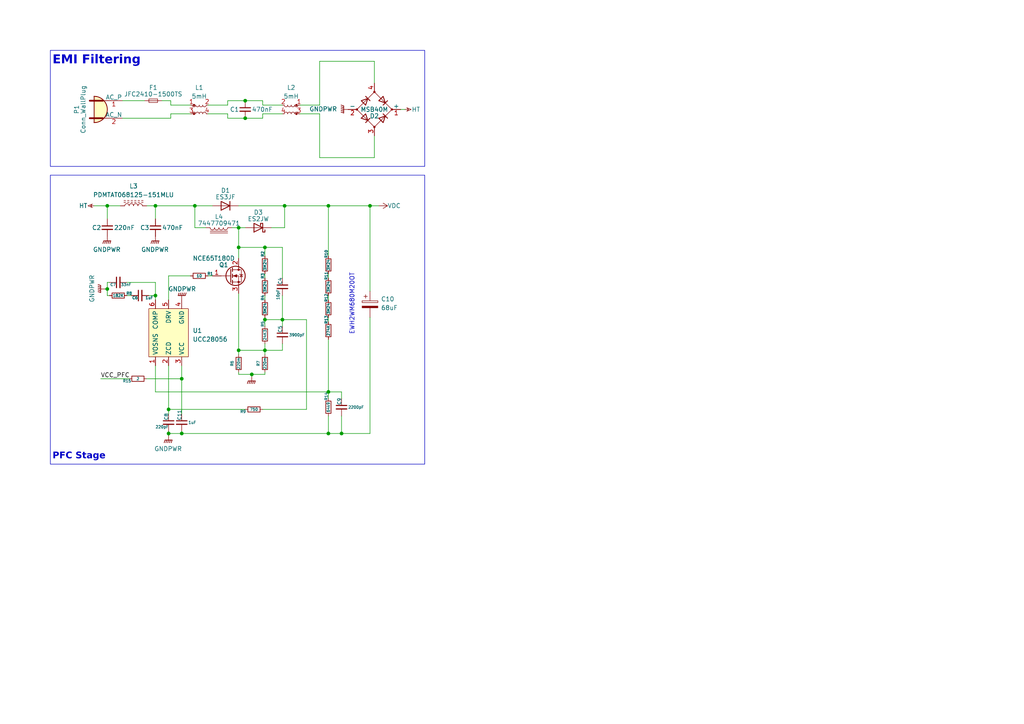
<source format=kicad_sch>
(kicad_sch (version 20230409) (generator eeschema)
  (paper "A4")
  (lib_symbols
    (symbol "Connector:Conn_WallPlug" (pin_names (offset 0))
      (property "Reference" "P" (at -1.27 4.445 0))
      (property "Value" "Conn_WallPlug" (at -5.715 0 90))
      (symbol "Conn_WallPlug_0_1"
        (arc (start -3.175 -3.81) (mid 0.6184 0) (end -3.175 3.81) (stroke (width 0.254)) (fill (type background)))
        (polyline (pts (xy -4.445 -2.54) (xy -0.635 -2.54)) (stroke (width 0.508)))
        (polyline (pts (xy -4.445 2.54) (xy -0.635 2.54)) (stroke (width 0.508)))
        (polyline (pts (xy -3.175 -3.81) (xy -3.175 3.81)) (stroke (width 0.254)))
        (polyline (pts (xy -0.635 -2.54) (xy 2.54 -2.54)))
        (polyline (pts (xy -0.635 2.54) (xy 2.54 2.54)))
      )
      (symbol "Conn_WallPlug_1_1"
        (pin power_out line (at 5.08 2.54 180) (length 5.08) (name "AC_P") (number "1"))
        (pin power_out line (at 5.08 -2.54 180) (length 5.08) (name "AC_N") (number "2"))
      )
    )
    (symbol "Device:C_Polarized" (pin_numbers hide) (pin_names (offset 0.254))
      (property "Reference" "C" (at 0.635 2.54 0))
      (property "Value" "C_Polarized" (at 0.635 -2.54 0))
      (symbol "C_Polarized_0_1"
        (rectangle (start -2.286 0.508) (end 2.286 1.016))
        (polyline (pts (xy -1.778 2.286) (xy -0.762 2.286)))
        (polyline (pts (xy -1.27 2.794) (xy -1.27 1.778)))
        (rectangle (start 2.286 -0.508) (end -2.286 -1.016) (fill (type outline)))
      )
      (symbol "C_Polarized_1_1"
        (pin passive line (at 0 3.81 270) (length 2.794) (name "~") (number "1"))
        (pin passive line (at 0 -3.81 90) (length 2.794) (name "~") (number "2"))
      )
    )
    (symbol "Device:C_Small" (pin_numbers hide) (pin_names (offset 0.254) hide)
      (property "Reference" "C" (at 0.254 1.778 0))
      (property "Value" "C_Small" (at 0.254 -2.032 0))
      (symbol "C_Small_0_1"
        (polyline (pts (xy -1.524 -0.508) (xy 1.524 -0.508)) (stroke (width 0.3302)))
        (polyline (pts (xy -1.524 0.508) (xy 1.524 0.508)) (stroke (width 0.3048)))
      )
      (symbol "C_Small_1_1"
        (pin passive line (at 0 2.54 270) (length 2.032) (name "~") (number "1"))
        (pin passive line (at 0 -2.54 90) (length 2.032) (name "~") (number "2"))
      )
    )
    (symbol "Device:D" (pin_numbers hide) (pin_names (offset 1.016) hide)
      (property "Reference" "D" (at 0 2.54 0))
      (property "Value" "D" (at 0 -2.54 0))
      (symbol "D_0_1"
        (polyline (pts (xy -1.27 1.27) (xy -1.27 -1.27)) (stroke (width 0.254)))
        (polyline (pts (xy 1.27 0) (xy -1.27 0)))
        (polyline (pts (xy 1.27 1.27) (xy 1.27 -1.27) (xy -1.27 0) (xy 1.27 1.27)) (stroke (width 0.254)))
      )
      (symbol "D_1_1"
        (pin passive line (at -3.81 0 0) (length 2.54) (name "K") (number "1"))
        (pin passive line (at 3.81 0 180) (length 2.54) (name "A") (number "2"))
      )
    )
    (symbol "Device:D_Bridge_+-AA" (pin_names (offset 0))
      (property "Reference" "D" (at 2.54 6.985 0))
      (property "Value" "D_Bridge_+-AA" (at 2.54 5.08 0))
      (symbol "D_Bridge_+-AA_0_1"
        (circle (center -5.08 0) (radius 0.254) (fill (type outline)))
        (circle (center 0 -5.08) (radius 0.254) (fill (type outline)))
        (polyline (pts (xy -2.54 3.81) (xy -1.27 2.54)) (stroke (width 0.254)))
        (polyline (pts (xy -1.27 -2.54) (xy -2.54 -3.81)) (stroke (width 0.254)))
        (polyline (pts (xy 2.54 -1.27) (xy 3.81 -2.54)) (stroke (width 0.254)))
        (polyline (pts (xy 2.54 1.27) (xy 3.81 2.54)) (stroke (width 0.254)))
        (polyline (pts (xy -3.81 2.54) (xy -2.54 1.27) (xy -1.905 3.175) (xy -3.81 2.54)) (stroke (width 0.254)))
        (polyline (pts (xy -2.54 -1.27) (xy -3.81 -2.54) (xy -1.905 -3.175) (xy -2.54 -1.27)) (stroke (width 0.254)))
        (polyline (pts (xy 1.27 2.54) (xy 2.54 3.81) (xy 3.175 1.905) (xy 1.27 2.54)) (stroke (width 0.254)))
        (polyline (pts (xy 3.175 -1.905) (xy 1.27 -2.54) (xy 2.54 -3.81) (xy 3.175 -1.905)) (stroke (width 0.254)))
        (polyline (pts (xy -5.08 0) (xy 0 -5.08) (xy 5.08 0) (xy 0 5.08) (xy -5.08 0)))
        (circle (center 0 5.08) (radius 0.254) (fill (type outline)))
        (circle (center 5.08 0) (radius 0.254) (fill (type outline)))
      )
      (symbol "D_Bridge_+-AA_1_1"
        (pin passive line (at 7.62 0 180) (length 2.54) (name "+") (number "1"))
        (pin passive line (at -7.62 0 0) (length 2.54) (name "-") (number "2"))
        (pin passive line (at 0 7.62 270) (length 2.54) (name "~") (number "3"))
        (pin passive line (at 0 -7.62 90) (length 2.54) (name "~") (number "4"))
      )
    )
    (symbol "Device:D_Schottky" (pin_numbers hide) (pin_names (offset 1.016) hide)
      (property "Reference" "D" (at 0 2.54 0))
      (property "Value" "D_Schottky" (at 0 -2.54 0))
      (symbol "D_Schottky_0_1"
        (polyline (pts (xy 1.27 0) (xy -1.27 0)))
        (polyline (pts (xy 1.27 1.27) (xy 1.27 -1.27) (xy -1.27 0) (xy 1.27 1.27)) (stroke (width 0.254)))
        (polyline (pts (xy -1.905 0.635) (xy -1.905 1.27) (xy -1.27 1.27) (xy -1.27 -1.27) (xy -0.635 -1.27) (xy -0.635 -0.635)) (stroke (width 0.254)))
      )
      (symbol "D_Schottky_1_1"
        (pin passive line (at -3.81 0 0) (length 2.54) (name "K") (number "1"))
        (pin passive line (at 3.81 0 180) (length 2.54) (name "A") (number "2"))
      )
    )
    (symbol "Device:Fuse_Small" (pin_numbers hide) (pin_names (offset 0.254) hide)
      (property "Reference" "F" (at 0 -1.524 0))
      (property "Value" "Fuse_Small" (at 0 1.524 0))
      (symbol "Fuse_Small_0_1"
        (rectangle (start -1.27 0.508) (end 1.27 -0.508))
        (polyline (pts (xy -1.27 0) (xy 1.27 0)))
      )
      (symbol "Fuse_Small_1_1"
        (pin passive line (at -2.54 0 0) (length 1.27) (name "~") (number "1"))
        (pin passive line (at 2.54 0 180) (length 1.27) (name "~") (number "2"))
      )
    )
    (symbol "Device:L_Coupled_Small" (pin_names (offset 0.254) hide)
      (property "Reference" "L" (at 0 3.175 0))
      (property "Value" "L_Coupled_Small" (at 0 -3.175 0))
      (symbol "L_Coupled_Small_0_1"
        (arc (start -2.032 1.27) (mid -1.524 0.7642) (end -1.016 1.27))
        (circle (center -1.524 -1.27) (radius 0.254) (fill (type outline)))
        (circle (center -1.524 1.27) (radius 0.254) (fill (type outline)))
        (arc (start -1.016 -1.27) (mid -1.524 -0.7642) (end -2.032 -1.27))
        (arc (start -1.016 1.27) (mid -0.508 0.7642) (end 0 1.27))
        (arc (start 0 -1.27) (mid -0.508 -0.7642) (end -1.016 -1.27))
        (arc (start 0 1.27) (mid 0.508 0.7642) (end 1.016 1.27))
        (arc (start 1.016 -1.27) (mid 0.508 -0.7642) (end 0 -1.27))
        (arc (start 1.016 1.27) (mid 1.524 0.7642) (end 2.032 1.27))
        (arc (start 2.032 -1.27) (mid 1.524 -0.7642) (end 1.016 -1.27))
      )
      (symbol "L_Coupled_Small_1_1"
        (pin passive line (at -2.54 1.27 0) (length 0.508) (name "1") (number "1"))
        (pin passive line (at 2.54 1.27 180) (length 0.508) (name "2") (number "2"))
        (pin passive line (at -2.54 -1.27 0) (length 0.508) (name "3") (number "3"))
        (pin passive line (at 2.54 -1.27 180) (length 0.508) (name "4") (number "4"))
      )
    )
    (symbol "Device:L_Ferrite" (pin_numbers hide) (pin_names (offset 1.016) hide)
      (property "Reference" "L" (at -1.27 0 90))
      (property "Value" "L_Ferrite" (at 2.794 0 90))
      (symbol "L_Ferrite_0_1"
        (arc (start 0 -2.54) (mid 0.6323 -1.905) (end 0 -1.27))
        (arc (start 0 -1.27) (mid 0.6323 -0.635) (end 0 0))
        (polyline (pts (xy 1.016 -2.794) (xy 1.016 -2.286)))
        (polyline (pts (xy 1.016 -1.778) (xy 1.016 -1.27)))
        (polyline (pts (xy 1.016 -0.762) (xy 1.016 -0.254)))
        (polyline (pts (xy 1.016 0.254) (xy 1.016 0.762)))
        (polyline (pts (xy 1.016 1.27) (xy 1.016 1.778)))
        (polyline (pts (xy 1.016 2.286) (xy 1.016 2.794)))
        (polyline (pts (xy 1.524 -2.286) (xy 1.524 -2.794)))
        (polyline (pts (xy 1.524 -1.27) (xy 1.524 -1.778)))
        (polyline (pts (xy 1.524 -0.254) (xy 1.524 -0.762)))
        (polyline (pts (xy 1.524 0.762) (xy 1.524 0.254)))
        (polyline (pts (xy 1.524 1.778) (xy 1.524 1.27)))
        (polyline (pts (xy 1.524 2.794) (xy 1.524 2.286)))
        (arc (start 0 0) (mid 0.6323 0.635) (end 0 1.27))
        (arc (start 0 1.27) (mid 0.6323 1.905) (end 0 2.54))
      )
      (symbol "L_Ferrite_1_1"
        (pin passive line (at 0 3.81 270) (length 1.27) (name "1") (number "1"))
        (pin passive line (at 0 -3.81 90) (length 1.27) (name "2") (number "2"))
      )
    )
    (symbol "Device:L_Iron" (pin_numbers hide) (pin_names (offset 1.016) hide)
      (property "Reference" "L" (at -1.27 0 90))
      (property "Value" "L_Iron" (at 2.794 0 90))
      (symbol "L_Iron_0_1"
        (arc (start 0 -2.54) (mid 0.6323 -1.905) (end 0 -1.27))
        (arc (start 0 -1.27) (mid 0.6323 -0.635) (end 0 0))
        (polyline (pts (xy 1.016 2.54) (xy 1.016 -2.54)))
        (polyline (pts (xy 1.524 -2.54) (xy 1.524 2.54)))
        (arc (start 0 0) (mid 0.6323 0.635) (end 0 1.27))
        (arc (start 0 1.27) (mid 0.6323 1.905) (end 0 2.54))
      )
      (symbol "L_Iron_1_1"
        (pin passive line (at 0 3.81 270) (length 1.27) (name "1") (number "1"))
        (pin passive line (at 0 -3.81 90) (length 1.27) (name "2") (number "2"))
      )
    )
    (symbol "Device:Q_NMOS_GDS" (pin_names (offset 0) hide)
      (property "Reference" "Q" (at 5.08 1.27 0))
      (property "Value" "Q_NMOS_GDS" (at 5.08 -1.27 0))
      (symbol "Q_NMOS_GDS_0_1"
        (polyline (pts (xy 0.254 0) (xy -2.54 0)))
        (polyline (pts (xy 0.254 1.905) (xy 0.254 -1.905)) (stroke (width 0.254)))
        (polyline (pts (xy 0.762 -1.27) (xy 0.762 -2.286)) (stroke (width 0.254)))
        (polyline (pts (xy 0.762 0.508) (xy 0.762 -0.508)) (stroke (width 0.254)))
        (polyline (pts (xy 0.762 2.286) (xy 0.762 1.27)) (stroke (width 0.254)))
        (polyline (pts (xy 2.54 2.54) (xy 2.54 1.778)))
        (polyline (pts (xy 2.54 -2.54) (xy 2.54 0) (xy 0.762 0)))
        (polyline (pts (xy 0.762 -1.778) (xy 3.302 -1.778) (xy 3.302 1.778) (xy 0.762 1.778)))
        (polyline (pts (xy 1.016 0) (xy 2.032 0.381) (xy 2.032 -0.381) (xy 1.016 0)) (fill (type outline)))
        (polyline (pts (xy 2.794 0.508) (xy 2.921 0.381) (xy 3.683 0.381) (xy 3.81 0.254)))
        (polyline (pts (xy 3.302 0.381) (xy 2.921 -0.254) (xy 3.683 -0.254) (xy 3.302 0.381)))
        (circle (center 1.651 0) (radius 2.794) (stroke (width 0.254)))
        (circle (center 2.54 -1.778) (radius 0.254) (fill (type outline)))
        (circle (center 2.54 1.778) (radius 0.254) (fill (type outline)))
      )
      (symbol "Q_NMOS_GDS_1_1"
        (pin input line (at -5.08 0 0) (length 2.54) (name "G") (number "1"))
        (pin passive line (at 2.54 5.08 270) (length 2.54) (name "D") (number "2"))
        (pin passive line (at 2.54 -5.08 90) (length 2.54) (name "S") (number "3"))
      )
    )
    (symbol "Device:R_Small" (pin_numbers hide) (pin_names (offset 0.254) hide)
      (property "Reference" "R" (at 0.762 0.508 0))
      (property "Value" "R_Small" (at 0.762 -1.016 0))
      (symbol "R_Small_0_1"
        (rectangle (start -0.762 1.778) (end 0.762 -1.778) (stroke (width 0.2032)))
      )
      (symbol "R_Small_1_1"
        (pin passive line (at 0 2.54 270) (length 0.762) (name "~") (number "1"))
        (pin passive line (at 0 -2.54 90) (length 0.762) (name "~") (number "2"))
      )
    )
    (symbol "LightningReed:UCC28056"
      (property "Reference" "U" (at 0 0 0))
      (property "Value" "UCC28056" (at 0 0 0))
      (symbol "UCC28056_1_1"
        (rectangle (start -6.985 -1.27) (end 6.985 -12.7) (fill (type background)))
        (pin input line (at -9.525 -3.175 0) (length 2.54) (name "VOSNS") (number "1"))
        (pin input line (at -9.525 -6.985 0) (length 2.54) (name "ZCD") (number "2"))
        (pin input line (at -9.525 -10.795 0) (length 2.54) (name "VCC") (number "3"))
        (pin input line (at 9.525 -10.795 180) (length 2.54) (name "GND") (number "4"))
        (pin input line (at 9.525 -6.985 180) (length 2.54) (name "DRV") (number "5"))
        (pin input line (at 9.525 -3.175 180) (length 2.54) (name "COMP") (number "6"))
      )
    )
    (symbol "power:GNDPWR" (power) (pin_names (offset 0))
      (property "Value" "GNDPWR" (at 0 -3.302 0))
      (symbol "GNDPWR_0_1"
        (polyline (pts (xy 0 -1.27) (xy 0 0)))
        (polyline (pts (xy -1.016 -1.27) (xy -1.27 -2.032) (xy -1.27 -2.032)) (stroke (width 0.2032)))
        (polyline (pts (xy -0.508 -1.27) (xy -0.762 -2.032) (xy -0.762 -2.032)) (stroke (width 0.2032)))
        (polyline (pts (xy 0 -1.27) (xy -0.254 -2.032) (xy -0.254 -2.032)) (stroke (width 0.2032)))
        (polyline (pts (xy 0.508 -1.27) (xy 0.254 -2.032) (xy 0.254 -2.032)) (stroke (width 0.2032)))
        (polyline (pts (xy 1.016 -1.27) (xy -1.016 -1.27) (xy -1.016 -1.27)) (stroke (width 0.2032)))
        (polyline (pts (xy 1.016 -1.27) (xy 0.762 -2.032) (xy 0.762 -2.032) (xy 0.762 -2.032)) (stroke (width 0.2032)))
      )
      (symbol "GNDPWR_1_1"
        (pin power_in line (at 0 0 270) (length 0) hide (name "GNDPWR") (number "1"))
      )
    )
    (symbol "power:HT" (power) (pin_names (offset 0))
      (property "Value" "HT" (at 0 2.286 0))
      (symbol "HT_0_0"
        (pin power_in line (at 0 0 90) (length 0) hide (name "HT") (number "1"))
      )
      (symbol "HT_0_1"
        (polyline (pts (xy 0 0) (xy 0 1.016) (xy 0 1.016)))
        (polyline (pts (xy 0 1.016) (xy 0.508 0.508) (xy 0 1.778) (xy -0.508 0.508) (xy 0 1.016) (xy 0 1.016)))
      )
    )
    (symbol "power:VDC" (power) (pin_names (offset 0))
      (property "Value" "VDC" (at 0 6.35 0))
      (symbol "VDC_0_1"
        (polyline (pts (xy -0.762 1.27) (xy 0 2.54)))
        (polyline (pts (xy 0 0) (xy 0 2.54)))
        (polyline (pts (xy 0 2.54) (xy 0.762 1.27)))
      )
      (symbol "VDC_1_1"
        (pin power_in line (at 0 0 90) (length 0) hide (name "VDC") (number "1"))
      )
    )
  )
  (junction (at 107.315 59.69))
  (junction (at 76.835 101.6))
  (junction (at 31.115 59.69))
  (junction (at 45.085 85.725))
  (junction (at 95.25 113.665))
  (junction (at 48.895 125.73))
  (junction (at 95.25 125.73))
  (junction (at 45.085 59.69))
  (junction (at 56.515 59.69))
  (junction (at 99.06 125.73))
  (junction (at 69.215 71.755))
  (junction (at 52.705 125.73))
  (junction (at 71.12 29.21))
  (junction (at 76.835 92.71))
  (junction (at 69.215 66.04))
  (junction (at 31.115 83.82))
  (junction (at 76.835 71.755))
  (junction (at 95.25 59.69))
  (junction (at 52.705 109.855))
  (junction (at 71.12 34.29))
  (junction (at 48.895 118.745))
  (junction (at 82.55 59.69))
  (junction (at 69.215 101.6))
  (junction (at 73.025 108.585))
  (junction (at 81.915 92.71))
  (wire (pts (xy 52.705 125.095) (xy 52.705 125.73)))
  (wire (pts (xy 81.915 71.755) (xy 76.835 71.755)))
  (wire (pts (xy 76.2 30.48) (xy 81.915 30.48)))
  (wire (pts (xy 82.55 59.69) (xy 82.55 66.04)))
  (wire (pts (xy 45.085 59.69) (xy 45.085 63.5)))
  (wire (pts (xy 95.25 92.075) (xy 95.25 93.345)))
  (wire (pts (xy 48.895 125.73) (xy 52.705 125.73)))
  (wire (pts (xy 92.71 30.48) (xy 86.995 30.48)))
  (wire (pts (xy 92.71 45.72) (xy 108.585 45.72)))
  (wire (pts (xy 45.085 113.665) (xy 45.085 106.045)))
  (wire (pts (xy 92.71 17.78) (xy 108.585 17.78)))
  (wire (pts (xy 56.515 59.69) (xy 56.515 66.04)))
  (wire (pts (xy 31.115 59.69) (xy 31.115 63.5)))
  (wire (pts (xy 99.06 120.65) (xy 99.06 125.73)))
  (wire (pts (xy 48.895 125.095) (xy 48.895 125.73)))
  (wire (pts (xy 36.83 81.915) (xy 45.085 81.915)))
  (wire (pts (xy 31.115 85.725) (xy 31.115 83.82)))
  (wire (pts (xy 81.915 80.645) (xy 81.915 71.755)))
  (wire (pts (xy 76.835 92.71) (xy 76.835 94.615)))
  (wire (pts (xy 95.25 113.665) (xy 95.25 115.57)))
  (wire (pts (xy 107.315 59.69) (xy 109.855 59.69)))
  (wire (pts (xy 108.585 17.78) (xy 108.585 24.13)))
  (wire (pts (xy 69.215 108.585) (xy 69.215 107.95)))
  (wire (pts (xy 56.515 66.04) (xy 59.69 66.04)))
  (wire (pts (xy 107.315 92.075) (xy 107.315 125.73)))
  (wire (pts (xy 92.71 33.02) (xy 86.995 33.02)))
  (wire (pts (xy 92.71 17.78) (xy 92.71 30.48)))
  (wire (pts (xy 73.025 109.22) (xy 73.025 108.585)))
  (wire (pts (xy 27.305 59.69) (xy 31.115 59.69)))
  (wire (pts (xy 108.585 45.72) (xy 108.585 39.37)))
  (wire (pts (xy 76.2 118.745) (xy 88.9 118.745)))
  (wire (pts (xy 95.25 120.65) (xy 95.25 125.73)))
  (wire (pts (xy 76.2 29.21) (xy 71.12 29.21)))
  (wire (pts (xy 95.25 59.69) (xy 107.315 59.69)))
  (wire (pts (xy 48.895 80.01) (xy 55.245 80.01)))
  (wire (pts (xy 95.25 85.725) (xy 95.25 86.995)))
  (wire (pts (xy 49.53 30.48) (xy 55.245 30.48)))
  (wire (pts (xy 95.25 59.69) (xy 95.25 74.295)))
  (wire (pts (xy 69.215 101.6) (xy 76.835 101.6)))
  (wire (pts (xy 88.9 92.71) (xy 88.9 118.745)))
  (wire (pts (xy 48.895 86.995) (xy 48.895 80.01)))
  (wire (pts (xy 82.55 59.69) (xy 95.25 59.69)))
  (wire (pts (xy 56.515 59.69) (xy 61.595 59.69)))
  (wire (pts (xy 116.205 31.75) (xy 117.475 31.75)))
  (wire (pts (xy 66.04 30.48) (xy 60.325 30.48)))
  (wire (pts (xy 66.04 34.29) (xy 66.04 33.02)))
  (wire (pts (xy 45.085 86.995) (xy 45.085 85.725)))
  (wire (pts (xy 99.06 115.57) (xy 99.06 113.665)))
  (wire (pts (xy 81.915 85.725) (xy 81.915 92.71)))
  (wire (pts (xy 49.53 33.02) (xy 55.245 33.02)))
  (wire (pts (xy 76.835 92.71) (xy 76.835 92.075)))
  (wire (pts (xy 95.25 79.375) (xy 95.25 80.645)))
  (wire (pts (xy 43.18 85.725) (xy 45.085 85.725)))
  (wire (pts (xy 76.835 108.585) (xy 73.025 108.585)))
  (wire (pts (xy 48.895 118.745) (xy 48.895 106.045)))
  (wire (pts (xy 49.53 34.29) (xy 49.53 33.02)))
  (wire (pts (xy 107.315 84.455) (xy 107.315 59.69)))
  (wire (pts (xy 95.25 98.425) (xy 95.25 113.665)))
  (wire (pts (xy 76.835 101.6) (xy 76.835 102.87)))
  (wire (pts (xy 81.915 92.71) (xy 81.915 94.615)))
  (wire (pts (xy 92.71 33.02) (xy 92.71 45.72)))
  (wire (pts (xy 48.895 118.745) (xy 71.12 118.745)))
  (wire (pts (xy 52.705 125.73) (xy 95.25 125.73)))
  (wire (pts (xy 81.915 101.6) (xy 76.835 101.6)))
  (wire (pts (xy 31.115 81.915) (xy 31.75 81.915)))
  (wire (pts (xy 99.06 125.73) (xy 107.315 125.73)))
  (wire (pts (xy 95.25 125.73) (xy 99.06 125.73)))
  (wire (pts (xy 76.2 29.21) (xy 76.2 30.48)))
  (wire (pts (xy 66.04 29.21) (xy 71.12 29.21)))
  (wire (pts (xy 31.75 85.725) (xy 31.115 85.725)))
  (wire (pts (xy 76.835 107.95) (xy 76.835 108.585)))
  (wire (pts (xy 69.215 66.04) (xy 71.12 66.04)))
  (wire (pts (xy 76.2 33.02) (xy 81.915 33.02)))
  (wire (pts (xy 49.53 29.21) (xy 49.53 30.48)))
  (wire (pts (xy 69.215 85.09) (xy 69.215 101.6)))
  (wire (pts (xy 46.99 29.21) (xy 49.53 29.21)))
  (wire (pts (xy 66.04 33.02) (xy 60.325 33.02)))
  (wire (pts (xy 45.085 59.69) (xy 56.515 59.69)))
  (wire (pts (xy 66.04 34.29) (xy 71.12 34.29)))
  (wire (pts (xy 76.835 85.725) (xy 76.835 86.995)))
  (wire (pts (xy 35.56 34.29) (xy 49.53 34.29)))
  (wire (pts (xy 52.705 106.045) (xy 52.705 109.855)))
  (wire (pts (xy 35.56 29.21) (xy 41.91 29.21)))
  (wire (pts (xy 69.215 66.04) (xy 69.215 71.755)))
  (wire (pts (xy 76.835 101.6) (xy 76.835 99.695)))
  (wire (pts (xy 81.915 99.695) (xy 81.915 101.6)))
  (wire (pts (xy 81.915 92.71) (xy 76.835 92.71)))
  (wire (pts (xy 69.215 102.87) (xy 69.215 101.6)))
  (wire (pts (xy 95.25 113.665) (xy 45.085 113.665)))
  (wire (pts (xy 69.215 71.755) (xy 76.835 71.755)))
  (wire (pts (xy 76.835 79.375) (xy 76.835 80.645)))
  (wire (pts (xy 67.31 66.04) (xy 69.215 66.04)))
  (wire (pts (xy 69.215 59.69) (xy 82.55 59.69)))
  (wire (pts (xy 31.115 59.69) (xy 34.925 59.69)))
  (wire (pts (xy 30.48 83.82) (xy 31.115 83.82)))
  (wire (pts (xy 76.2 34.29) (xy 76.2 33.02)))
  (wire (pts (xy 81.915 92.71) (xy 88.9 92.71)))
  (wire (pts (xy 76.2 34.29) (xy 71.12 34.29)))
  (wire (pts (xy 76.835 71.755) (xy 76.835 74.295)))
  (wire (pts (xy 99.06 113.665) (xy 95.25 113.665)))
  (wire (pts (xy 52.705 109.855) (xy 52.705 120.015)))
  (wire (pts (xy 60.325 80.01) (xy 61.595 80.01)))
  (wire (pts (xy 45.085 85.725) (xy 45.085 81.915)))
  (wire (pts (xy 66.04 29.21) (xy 66.04 30.48)))
  (wire (pts (xy 69.215 71.755) (xy 69.215 74.93)))
  (wire (pts (xy 42.545 109.855) (xy 52.705 109.855)))
  (wire (pts (xy 82.55 66.04) (xy 78.74 66.04)))
  (wire (pts (xy 73.025 108.585) (xy 69.215 108.585)))
  (wire (pts (xy 48.895 125.73) (xy 48.895 126.365)))
  (wire (pts (xy 36.83 85.725) (xy 38.1 85.725)))
  (wire (pts (xy 42.545 59.69) (xy 45.085 59.69)))
  (wire (pts (xy 29.21 109.855) (xy 37.465 109.855)))
  (wire (pts (xy 31.115 83.82) (xy 31.115 81.915)))
  (wire (pts (xy 48.895 118.745) (xy 48.895 120.015)))
  (rectangle (start 14.605 14.605) (end 123.19 48.26))
  (rectangle (start 14.605 50.8) (end 123.19 134.62))
  (text "PFC Stage" (at 15.24 133.985 0) (effects (font (size 1.905 1.905)) (justify left bottom)))
  (text "EWH2WM680M20OT" (at 102.87 97.155 90) (effects (font (size 1.27 1.27)) (justify left bottom)))
  (text "EMI Filtering" (at 15.24 19.685 0) (effects (font (size 2.54 2.54)) (justify left bottom)))
  (label "VCC_PFC" (at 29.21 109.855 0))
  (symbol (lib_id "Device:R_Small") (at 57.785 80.01 90) (unit 1)
    (property "Reference" "R1" (at 60.96 79.375 90) (effects (font (size 0.8 0.8))))
    (property "Value" "10" (at 57.785 80.01 90) (effects (font (size 0.8 0.8))))
  )
  (symbol (lib_id "power:GNDPWR") (at 45.085 68.58 0) (unit 1)
    (property "Reference" "#PWR05" (effects hide))
    (property "Value" "GNDPWR" (at 44.958 72.39 0))
  )
  (symbol (lib_id "Device:R_Small") (at 76.835 83.185 180) (unit 1)
    (property "Reference" "R3" (at 76.2 80.01 90) (effects (font (size 0.8 0.8))))
    (property "Value" "3M24" (at 76.835 83.185 90) (effects (font (size 0.8 0.8))))
  )
  (symbol (lib_id "Device:R_Small") (at 76.835 76.835 180) (unit 1)
    (property "Reference" "R2" (at 76.2 73.66 90) (effects (font (size 0.8 0.8))))
    (property "Value" "3M24" (at 76.835 76.835 90) (effects (font (size 0.8 0.8))))
  )
  (symbol (lib_id "Device:L_Coupled_Small") (at 57.785 31.75 0) (unit 1)
    (property "Reference" "L1" (at 57.785 25.4 0))
    (property "Value" "5mH" (at 57.785 27.94 0))
  )
  (symbol (lib_id "Device:R_Small") (at 76.835 97.155 180) (unit 1)
    (property "Reference" "R5" (at 76.2 93.98 90) (effects (font (size 0.8 0.8))))
    (property "Value" "24K3" (at 76.835 97.155 90) (effects (font (size 0.8 0.8))))
  )
  (symbol (lib_id "Device:R_Small") (at 95.25 89.535 180) (unit 1)
    (property "Reference" "R12" (at 94.615 86.36 90) (effects (font (size 0.8 0.8))))
    (property "Value" "3M24" (at 95.25 89.535 90) (effects (font (size 0.8 0.8))))
  )
  (symbol (lib_id "Device:D_Schottky") (at 74.93 66.04 180) (unit 1)
    (property "Reference" "D3" (at 74.93 61.595 0))
    (property "Value" "ES2JW" (at 74.93 63.5 0))
  )
  (symbol (lib_id "Device:R_Small") (at 69.215 105.41 180) (unit 1)
    (property "Reference" "R6" (at 67.31 105.41 90) (effects (font (size 0.8 0.8))))
    (property "Value" "220m" (at 69.215 105.41 90) (effects (font (size 0.8 0.8))))
  )
  (symbol (lib_id "Device:C_Small") (at 31.115 66.04 0) (unit 1)
    (property "Reference" "C2" (at 26.67 66.04 0) (effects (justify left)))
    (property "Value" "220nF" (at 33.02 66.04 0) (effects (justify left)))
  )
  (symbol (lib_id "Device:C_Small") (at 52.705 122.555 0) (unit 1)
    (property "Reference" "C11" (at 52.07 121.92 90) (effects (font (size 1 1)) (justify left)))
    (property "Value" "1uF" (at 54.61 122.555 0) (effects (font (size 0.8 0.8)) (justify left)))
  )
  (symbol (lib_id "Device:C_Small") (at 40.64 85.725 90) (unit 1)
    (property "Reference" "C6" (at 40.005 86.36 90) (effects (font (size 0.8 0.8)) (justify left)))
    (property "Value" "1uF" (at 44.45 86.36 90) (effects (font (size 0.8 0.8)) (justify left)))
  )
  (symbol (lib_id "power:HT") (at 117.475 31.75 270) (unit 1)
    (property "Reference" "#PWR02" (effects hide))
    (property "Value" "HT" (at 119.38 31.75 90) (effects (justify left)))
  )
  (symbol (lib_id "power:GNDPWR") (at 31.115 68.58 0) (unit 1)
    (property "Reference" "#PWR04" (effects hide))
    (property "Value" "GNDPWR" (at 30.988 72.39 0))
  )
  (symbol (lib_id "power:VDC") (at 109.855 59.69 270) (unit 1)
    (property "Reference" "#PWR06" (effects hide))
    (property "Value" "VDC" (at 112.395 59.69 90) (effects (justify left)))
  )
  (symbol (lib_id "Device:C_Small") (at 99.06 118.11 0) (unit 1)
    (property "Reference" "C9" (at 98.425 117.475 90) (effects (font (size 1 1)) (justify left)))
    (property "Value" "2200pF" (at 100.965 118.11 0) (effects (font (size 0.8 0.8)) (justify left)))
  )
  (symbol (lib_id "LightningReed:UCC28056") (at 41.91 96.52 90) (unit 1)
    (property "Reference" "U1" (at 55.88 95.885 90) (effects (justify right)))
    (property "Value" "UCC28056" (at 55.88 98.425 90) (effects (justify right)))
  )
  (symbol (lib_id "Device:L_Coupled_Small") (at 84.455 31.75 0) (mirror y) (unit 1)
    (property "Reference" "L2" (at 84.455 25.4 0))
    (property "Value" "5mH" (at 84.455 27.94 0))
  )
  (symbol (lib_id "power:GNDPWR") (at 100.965 31.75 270) (unit 1)
    (property "Reference" "#PWR01" (effects hide))
    (property "Value" "GNDPWR" (at 97.79 31.623 90) (effects (justify right)))
  )
  (symbol (lib_id "power:GNDPWR") (at 52.705 86.995 180) (unit 1)
    (property "Reference" "#PWR08" (effects hide))
    (property "Value" "GNDPWR" (at 52.832 83.82 0))
  )
  (symbol (lib_id "Device:R_Small") (at 73.66 118.745 270) (unit 1)
    (property "Reference" "R9" (at 70.485 119.38 90) (effects (font (size 0.8 0.8))))
    (property "Value" "750" (at 73.66 118.745 90) (effects (font (size 0.8 0.8))))
  )
  (symbol (lib_id "Device:Fuse_Small") (at 44.45 29.21 0) (unit 1)
    (property "Reference" "F1" (at 44.45 25.4 0))
    (property "Value" "JFC2410-1500TS" (at 44.45 27.305 0))
    (property "Footprint" "LightningReed:JFC2410" (effects hide))
  )
  (symbol (lib_id "power:HT") (at 27.305 59.69 90) (unit 1)
    (property "Reference" "#PWR03" (effects hide))
    (property "Value" "HT" (at 25.4 59.69 90) (effects (justify left)))
  )
  (symbol (lib_id "Device:L_Ferrite") (at 38.735 59.69 90) (unit 1)
    (property "Reference" "L3" (at 38.735 53.975 90))
    (property "Value" "PDMTAT068125-151MLU" (at 38.735 56.515 90))
  )
  (symbol (lib_id "Device:R_Small") (at 40.005 109.855 270) (unit 1)
    (property "Reference" "R15" (at 36.83 110.49 90) (effects (font (size 0.8 0.8))))
    (property "Value" "2" (at 40.005 109.855 90) (effects (font (size 0.8 0.8))))
  )
  (symbol (lib_id "Device:R_Small") (at 95.25 95.885 180) (unit 1)
    (property "Reference" "R13" (at 94.615 92.71 90) (effects (font (size 0.8 0.8))))
    (property "Value" "274K" (at 95.25 95.885 90) (effects (font (size 0.8 0.8))))
  )
  (symbol (lib_id "Device:R_Small") (at 76.835 105.41 180) (unit 1)
    (property "Reference" "R7" (at 74.93 105.41 90) (effects (font (size 0.8 0.8))))
    (property "Value" "220m" (at 76.835 105.41 90) (effects (font (size 0.8 0.8))))
  )
  (symbol (lib_id "Device:R_Small") (at 95.25 83.185 180) (unit 1)
    (property "Reference" "R11" (at 94.615 80.01 90) (effects (font (size 0.8 0.8))))
    (property "Value" "3M24" (at 95.25 83.185 90) (effects (font (size 0.8 0.8))))
  )
  (symbol (lib_id "power:GNDPWR") (at 48.895 126.365 0) (unit 1)
    (property "Reference" "#PWR010" (effects hide))
    (property "Value" "GNDPWR" (at 48.768 130.175 0))
  )
  (symbol (lib_id "power:GNDPWR") (at 30.48 83.82 270) (unit 1)
    (property "Reference" "#PWR09" (effects hide))
    (property "Value" "GNDPWR" (at 26.67 83.693 0))
  )
  (symbol (lib_id "Device:R_Small") (at 95.25 118.11 180) (unit 1)
    (property "Reference" "R14" (at 94.615 114.935 90) (effects (font (size 0.8 0.8))))
    (property "Value" "64k9" (at 95.25 118.11 90) (effects (font (size 0.8 0.8))))
  )
  (symbol (lib_id "Device:D_Bridge_+-AA") (at 108.585 31.75 0) (mirror x) (unit 1)
    (property "Reference" "D2" (at 108.585 33.655 0))
    (property "Value" "MSB40M" (at 108.585 31.75 0))
  )
  (symbol (lib_id "Connector:Conn_WallPlug") (at 30.48 31.75 0) (unit 1)
    (property "Reference" "P1" (at 22.225 31.75 90))
    (property "Value" "Conn_WallPlug" (at 24.13 31.75 90))
  )
  (symbol (lib_id "Device:R_Small") (at 76.835 89.535 180) (unit 1)
    (property "Reference" "R4" (at 76.2 86.36 90) (effects (font (size 0.8 0.8))))
    (property "Value" "3M24" (at 76.835 89.535 90) (effects (font (size 0.8 0.8))))
  )
  (symbol (lib_id "Device:C_Polarized") (at 107.315 88.265 0) (unit 1)
    (property "Reference" "C10" (at 110.49 86.741 0) (effects (justify left)))
    (property "Value" "68uF" (at 110.49 89.281 0) (effects (justify left)))
  )
  (symbol (lib_id "Device:R_Small") (at 34.29 85.725 90) (unit 1)
    (property "Reference" "R8" (at 37.465 85.09 90) (effects (font (size 0.8 0.8))))
    (property "Value" "182K" (at 34.29 85.725 90) (effects (font (size 0.8 0.8))))
  )
  (symbol (lib_id "Device:C_Small") (at 45.085 66.04 0) (unit 1)
    (property "Reference" "C3" (at 40.64 66.04 0) (effects (justify left)))
    (property "Value" "470nF" (at 46.99 66.04 0) (effects (justify left)))
  )
  (symbol (lib_id "Device:L_Iron") (at 63.5 66.04 270) (unit 1)
    (property "Reference" "L4" (at 63.5 62.865 90))
    (property "Value" "7447709471" (at 63.5 64.77 90))
  )
  (symbol (lib_id "Device:C_Small") (at 81.915 83.185 0) (unit 1)
    (property "Reference" "C4" (at 81.28 82.55 90) (effects (font (size 1 1)) (justify left)))
    (property "Value" "10pF" (at 80.645 86.995 90) (effects (font (size 0.8 0.8)) (justify left)))
  )
  (symbol (lib_id "Device:R_Small") (at 95.25 76.835 180) (unit 1)
    (property "Reference" "R10" (at 94.615 73.66 90) (effects (font (size 0.8 0.8))))
    (property "Value" "3M24" (at 95.25 76.835 90) (effects (font (size 0.8 0.8))))
  )
  (symbol (lib_id "Device:C_Small") (at 71.12 31.75 0) (unit 1)
    (property "Reference" "C1" (at 66.675 31.75 0) (effects (justify left)))
    (property "Value" "470nF" (at 73.025 31.75 0) (effects (justify left)))
  )
  (symbol (lib_id "power:GNDPWR") (at 73.025 109.22 0) (unit 1)
    (property "Reference" "#PWR07" (effects hide))
    (property "Value" "GNDPWR" (effects hide))
  )
  (symbol (lib_id "Device:C_Small") (at 81.915 97.155 0) (unit 1)
    (property "Reference" "C5" (at 81.28 96.52 90) (effects (font (size 1 1)) (justify left)))
    (property "Value" "3900pF" (at 83.82 97.155 0) (effects (font (size 0.8 0.8)) (justify left)))
  )
  (symbol (lib_id "Device:Q_NMOS_GDS") (at 66.675 80.01 0) (unit 1)
    (property "Reference" "Q1" (at 63.5 76.835 0) (effects (justify left)))
    (property "Value" "NCE65T180D" (at 55.88 74.93 0) (effects (justify left)))
  )
  (symbol (lib_id "Device:D") (at 65.405 59.69 180) (unit 1)
    (property "Reference" "D1" (at 65.405 55.245 0))
    (property "Value" "ES3JF" (at 65.405 57.15 0))
    (property "Sim.Device" "D" (effects hide))
    (property "Sim.Pins" "1=K 2=A" (effects hide))
  )
  (symbol (lib_id "Device:C_Small") (at 48.895 122.555 0) (unit 1)
    (property "Reference" "C8" (at 48.26 121.92 90) (effects (font (size 1 1)) (justify left)))
    (property "Value" "220pF" (at 45.085 123.825 0) (effects (font (size 0.8 0.8)) (justify left)))
  )
  (symbol (lib_id "Device:C_Small") (at 34.29 81.915 90) (unit 1)
    (property "Reference" "C7" (at 33.655 82.55 90) (effects (font (size 0.8 0.8)) (justify left)))
    (property "Value" "33nF" (at 38.1 82.55 90) (effects (font (size 0.8 0.8)) (justify left)))
  )
)
</source>
